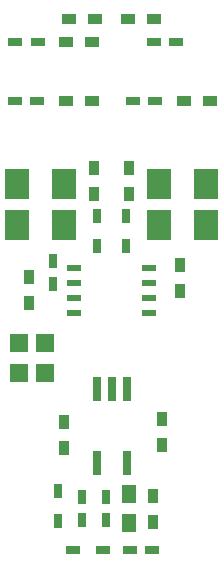
<source format=gbr>
%TF.GenerationSoftware,KiCad,Pcbnew,(6.0.5)*%
%TF.CreationDate,2022-05-19T00:34:01-04:00*%
%TF.ProjectId,synth,73796e74-682e-46b6-9963-61645f706362,rev?*%
%TF.SameCoordinates,Original*%
%TF.FileFunction,Paste,Bot*%
%TF.FilePolarity,Positive*%
%FSLAX46Y46*%
G04 Gerber Fmt 4.6, Leading zero omitted, Abs format (unit mm)*
G04 Created by KiCad (PCBNEW (6.0.5)) date 2022-05-19 00:34:01*
%MOMM*%
%LPD*%
G01*
G04 APERTURE LIST*
%ADD10R,1.200000X0.750000*%
%ADD11R,0.750000X1.200000*%
%ADD12R,0.900000X1.200000*%
%ADD13R,1.250000X1.500000*%
%ADD14R,0.640000X2.000000*%
%ADD15R,1.200000X0.900000*%
%ADD16R,2.000000X2.500000*%
%ADD17R,1.143000X0.508000*%
%ADD18R,1.500000X1.600000*%
G04 APERTURE END LIST*
D10*
%TO.C,C3*%
X135450000Y-72000000D03*
X133550000Y-72000000D03*
%TD*%
D11*
%TO.C,C4*%
X129500000Y-110550000D03*
X129500000Y-112450000D03*
%TD*%
%TO.C,D1*%
X125500000Y-110000000D03*
X125500000Y-112540000D03*
%TD*%
D12*
%TO.C,R3*%
X126000000Y-106350000D03*
X126000000Y-104150000D03*
%TD*%
%TO.C,R4*%
X134250000Y-103900000D03*
X134250000Y-106100000D03*
%TD*%
%TO.C,R7*%
X133500000Y-110400000D03*
X133500000Y-112600000D03*
%TD*%
D11*
%TO.C,C2*%
X127500000Y-110550000D03*
X127500000Y-112450000D03*
%TD*%
D10*
%TO.C,C6*%
X133450000Y-115000000D03*
X131550000Y-115000000D03*
%TD*%
D13*
%TO.C,C1*%
X131500000Y-110250000D03*
X131500000Y-112750000D03*
%TD*%
D14*
%TO.C,U2*%
X131270000Y-107650000D03*
X128730000Y-107650000D03*
X128730000Y-101350000D03*
X130000000Y-101350000D03*
X131270000Y-101350000D03*
%TD*%
D15*
%TO.C,R9*%
X133600000Y-70000000D03*
X131400000Y-70000000D03*
%TD*%
D16*
%TO.C,C9*%
X138000000Y-84000000D03*
X134000000Y-84000000D03*
%TD*%
D11*
%TO.C,D5*%
X131250000Y-86730000D03*
X131250000Y-89270000D03*
%TD*%
D16*
%TO.C,C10*%
X138000000Y-87500000D03*
X134000000Y-87500000D03*
%TD*%
D10*
%TO.C,C11*%
X123700000Y-77000000D03*
X121800000Y-77000000D03*
%TD*%
%TO.C,C12*%
X133700000Y-77000000D03*
X131800000Y-77000000D03*
%TD*%
D17*
%TO.C,U1*%
X126825000Y-94905000D03*
X126825000Y-93635000D03*
X126825000Y-92365000D03*
X126825000Y-91095000D03*
X133175000Y-91095000D03*
X133175000Y-92365000D03*
X133175000Y-93635000D03*
X133175000Y-94905000D03*
%TD*%
D12*
%TO.C,R2*%
X131500000Y-84850000D03*
X131500000Y-82650000D03*
%TD*%
D11*
%TO.C,C5*%
X125000000Y-90550000D03*
X125000000Y-92450000D03*
%TD*%
D12*
%TO.C,R6*%
X135750000Y-93100000D03*
X135750000Y-90900000D03*
%TD*%
%TO.C,R5*%
X123000000Y-94100000D03*
X123000000Y-91900000D03*
%TD*%
D18*
%TO.C,X1*%
X122150000Y-100040000D03*
X122150000Y-97500000D03*
X124350000Y-97500000D03*
X124350000Y-100040000D03*
%TD*%
D10*
%TO.C,C13*%
X123750000Y-72000000D03*
X121850000Y-72000000D03*
%TD*%
D15*
%TO.C,R8*%
X126400000Y-70000000D03*
X128600000Y-70000000D03*
%TD*%
%TO.C,R12*%
X126150000Y-72000000D03*
X128350000Y-72000000D03*
%TD*%
D16*
%TO.C,C8*%
X122000000Y-87500000D03*
X126000000Y-87500000D03*
%TD*%
%TO.C,C7*%
X122000000Y-84000000D03*
X126000000Y-84000000D03*
%TD*%
D15*
%TO.C,R11*%
X136150000Y-77000000D03*
X138350000Y-77000000D03*
%TD*%
D11*
%TO.C,D4*%
X128750000Y-86730000D03*
X128750000Y-89270000D03*
%TD*%
D10*
%TO.C,D6*%
X129270000Y-115000000D03*
X126730000Y-115000000D03*
%TD*%
D15*
%TO.C,R10*%
X126150000Y-77000000D03*
X128350000Y-77000000D03*
%TD*%
D12*
%TO.C,R1*%
X128500000Y-84850000D03*
X128500000Y-82650000D03*
%TD*%
M02*

</source>
